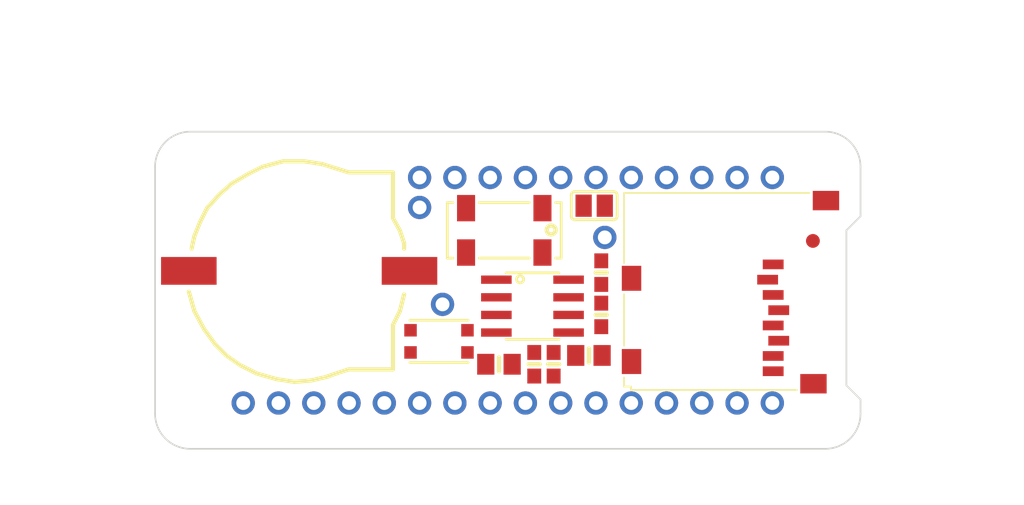
<source format=kicad_pcb>
(kicad_pcb (version 20221018) (generator pcbnew)
  (layers (0 "F.Cu" signal "Top") (31 "B.Cu" signal "Bottom") (34 "B.Paste" user) (35 "F.Paste" user) (36 "B.SilkS" user "B.Silkscreen") (37 "F.SilkS" user "F.Silkscreen") (38 "B.Mask" user) (39 "F.Mask" user) (44 "Edge.Cuts" user))
  (net 0 "")
  (net 1 "G")
  (net 2 "TX")
  (net 3 "RX")
  (net 4 "F")
  (net 5 "E")
  (net 6 "D")
  (net 7 "C")
  (net 8 "B")
  (net 9 "A")
  (net 10 "AREF")
  (net 11 "USB")
  (net 12 "N")
  (net 13 "M")
  (net 14 "L")
  (net 15 "J")
  (net 16 "I")
  (net 17 "H")
  (net 18 "SCL")
  (net 19 "SDA")
  (net 20 "GND")
  (net 21 "MOSI")
  (net 22 "MISO")
  (net 23 "SCK")
  (net 24 "+3V3")
  (net 25 "SD_CS")
  (net 26 "RESET")
  (net 27 "N$7")
  (net 28 "N$8")
  (net 29 "VBAT")
  (net 30 "EN")
  (net 31 "CR1220")
  (net 32 "INT1")
  (net 33 "CS")
  (net 34 "N$1")
  (footprint "MICROSD" (layer "F.Cu") (at 167.132 105.156 90)
    (fp_text reference "X4" hide)
    (fp_text value "microsd" hide)
    (fp_line (start -7.035 -9.76) (end -7.035 2.19) (layer "F.SilkS") (stroke (width 0.127)))
    (fp_line (start -6.785 -10.26) (end -6.785 -9.76) (layer "F.SilkS") (stroke (width 0.127)))
    (fp_line (start -6.785 -9.76) (end -7.035 -9.76) (layer "F.SilkS") (stroke (width 0.127)))
    (fp_line (start -6.135 -10.26) (end -6.785 -10.26) (layer "F.SilkS") (stroke (width 0.127)))
    (fp_line (start -3.835 -10.26) (end -0.135 -10.26) (layer "F.SilkS") (stroke (width 0.127)))
    (fp_line (start 2.115 -10.26) (end 7.165 -10.26) (layer "F.SilkS") (stroke (width 0.127)))
    (fp_line (start 7.165 -10.26) (end 7.165 3.09) (layer "F.SilkS") (stroke (width 0.127)))
    (pad "1" smd rect locked (at 2.015 0.48 90) (size 0.7 1.5) (layers "F.Cu" "F.Paste" "F.Mask"))
    (pad "2" smd rect locked (at 0.915 0.08 90) (size 0.7 1.5) (layers "F.Cu" "F.Paste" "F.Mask") (net 25 "SD_CS"))
    (pad "3" smd rect locked (at -0.185 0.48 90) (size 0.7 1.5) (layers "F.Cu" "F.Paste" "F.Mask") (net 21 "MOSI"))
    (pad "4" smd rect locked (at -1.285 0.88 90) (size 0.7 1.5) (layers "F.Cu" "F.Paste" "F.Mask") (net 24 "+3V3"))
    (pad "5" smd rect locked (at -2.385 0.48 90) (size 0.7 1.5) (layers "F.Cu" "F.Paste" "F.Mask") (net 23 "SCK"))
    (pad "6" smd rect locked (at -3.485 0.88 90) (size 0.7 1.5) (layers "F.Cu" "F.Paste" "F.Mask") (net 20 "GND"))
    (pad "7" smd rect locked (at -4.585 0.48 90) (size 0.7 1.5) (layers "F.Cu" "F.Paste" "F.Mask") (net 22 "MISO"))
    (pad "8" smd rect locked (at -5.685 0.48 90) (size 0.7 1.5) (layers "F.Cu" "F.Paste" "F.Mask"))
    (pad "CD1" smd rect locked (at -4.985 -9.72 180) (size 1.4 1.8) (layers "F.Cu" "F.Paste" "F.Mask"))
    (pad "CD2" smd rect locked (at 1.015 -9.72 180) (size 1.4 1.8) (layers "F.Cu" "F.Paste" "F.Mask"))
    (pad "MT1" smd rect locked (at -6.585 3.38 90) (size 1.4 1.9) (layers "F.Cu" "F.Paste" "F.Mask") (net 20 "GND"))
    (pad "MT2" smd rect locked (at 6.615 4.28 90) (size 1.4 1.9) (layers "F.Cu" "F.Paste" "F.Mask") (net 20 "GND"))
  )
  (footprint "BTN_KMR2_4.6X2.8" (layer "F.Cu") (at 143.5481 108.6866 180)
    (fp_text reference "SW1" hide)
    (fp_text value "KMR2" hide)
    (fp_line (start -2.1 -1.5254) (end 2.1 -1.5254) (layer "F.SilkS") (stroke (width 0.2032)))
    (fp_line (start 2.1 1.5254) (end -2.1 1.5254) (layer "F.SilkS") (stroke (width 0.2032)))
    (pad "A" smd rect (at 2.05 -0.8 180) (size 0.9 0.9) (layers "F.Cu" "F.Paste" "F.Mask") (net 20 "GND"))
    (pad "A'" smd rect (at -2.05 -0.8 180) (size 0.9 0.9) (layers "F.Cu" "F.Paste" "F.Mask") (net 20 "GND"))
    (pad "B" smd rect (at 2.05 0.8 180) (size 0.9 0.9) (layers "F.Cu" "F.Paste" "F.Mask") (net 26 "RESET"))
    (pad "B'" smd rect (at -2.05 0.8 180) (size 0.9 0.9) (layers "F.Cu" "F.Paste" "F.Mask") (net 26 "RESET"))
  )
  (footprint "SOIC8_150MIL" (layer "F.Cu") (at 150.2791 106.1466 -90)
    (fp_text reference "IC1" hide)
    (fp_text value "PCF8523T" hide)
    (fp_line (start -2.4 1.9) (end -2.4 -1.9) (layer "F.SilkS") (stroke (width 0.2032)))
    (fp_line (start 2.4 -1.9) (end 2.4 1.9) (layer "F.SilkS") (stroke (width 0.2032)))
    (fp_circle (center -1.9304 0.889) (end -1.6764 0.889) (layer "F.SilkS") (stroke (width 0.2032)) (fill none))
    (pad "1" smd rect (at -1.905 2.6 270) (size 0.6 2.2) (layers "F.Cu" "F.Paste" "F.Mask") (net 27 "N$7"))
    (pad "2" smd rect (at -0.635 2.6 270) (size 0.6 2.2) (layers "F.Cu" "F.Paste" "F.Mask") (net 28 "N$8"))
    (pad "3" smd rect (at 0.635 2.6 270) (size 0.6 2.2) (layers "F.Cu" "F.Paste" "F.Mask") (net 31 "CR1220"))
    (pad "4" smd rect (at 1.905 2.6 270) (size 0.6 2.2) (layers "F.Cu" "F.Paste" "F.Mask") (net 20 "GND"))
    (pad "5" smd rect (at 1.905 -2.6 270) (size 0.6 2.2) (layers "F.Cu" "F.Paste" "F.Mask") (net 19 "SDA"))
    (pad "6" smd rect (at 0.635 -2.6 270) (size 0.6 2.2) (layers "F.Cu" "F.Paste" "F.Mask") (net 18 "SCL"))
    (pad "7" smd rect (at -0.635 -2.6 270) (size 0.6 2.2) (layers "F.Cu" "F.Paste" "F.Mask") (net 32 "INT1"))
    (pad "8" smd rect (at -1.905 -2.6 270) (size 0.6 2.2) (layers "F.Cu" "F.Paste" "F.Mask") (net 34 "N$1"))
  )
  (footprint "CRYSTAL_8X3.8" (layer "F.Cu") (at 148.2471 100.6856)
    (fp_text reference "Y1" hide)
    (fp_text value "32khz" hide)
    (fp_line (start -4.1 -2) (end -4.1 2) (layer "F.SilkS") (stroke (width 0.2032)))
    (fp_line (start -4.1 2) (end -3.7 2) (layer "F.SilkS") (stroke (width 0.2032)))
    (fp_line (start -3.7 -2) (end -4.1 -2) (layer "F.SilkS") (stroke (width 0.2032)))
    (fp_line (start -1.8 -2) (end 1.8 -2) (layer "F.SilkS") (stroke (width 0.2032)))
    (fp_line (start -1.8 2) (end 1.8 2) (layer "F.SilkS") (stroke (width 0.2032)))
    (fp_line (start 3.7 -2) (end 4.1 -2) (layer "F.SilkS") (stroke (width 0.2032)))
    (fp_line (start 4.1 -2) (end 4.1 2) (layer "F.SilkS") (stroke (width 0.2032)))
    (fp_line (start 4.1 2) (end 3.7 2) (layer "F.SilkS") (stroke (width 0.2032)))
    (fp_circle (center 3.3782 -0.0254) (end 3.701487 -0.0254) (layer "F.SilkS") (stroke (width 0.3048)) (fill none))
    (pad "P$1" smd rect (at -2.75 1.6) (size 1.3 1.9) (layers "F.Cu" "F.Paste" "F.Mask") (net 28 "N$8"))
    (pad "P$2" smd rect (at 2.75 1.6) (size 1.3 1.9) (layers "F.Cu" "F.Paste" "F.Mask"))
    (pad "P$3" smd rect (at 2.75 -1.6) (size 1.3 1.9) (layers "F.Cu" "F.Paste" "F.Mask"))
    (pad "P$4" smd rect (at -2.75 -1.6) (size 1.3 1.9) (layers "F.Cu" "F.Paste" "F.Mask") (net 27 "N$7"))
  )
  (footprint "0603-NO" (layer "F.Cu") (at 151.8031 110.3376 -90)
    (fp_text reference "R1" hide)
    (fp_text value "10K" hide)
    (fp_line (start 0 -0.4) (end 0 0.4) (layer "F.SilkS") (stroke (width 0.3048)))
    (pad "1" smd rect (at -0.85 0 270) (size 1.075 1) (layers "F.Cu" "F.Paste" "F.Mask") (net 19 "SDA"))
    (pad "2" smd rect (at 0.85 0 270) (size 1.075 1) (layers "F.Cu" "F.Paste" "F.Mask") (net 24 "+3V3"))
  )
  (footprint "0603-NO" (layer "F.Cu") (at 150.4061 110.3376 -90)
    (fp_text reference "R2" hide)
    (fp_text value "10K" hide)
    (fp_line (start 0 -0.4) (end 0 0.4) (layer "F.SilkS") (stroke (width 0.3048)))
    (pad "1" smd rect (at -0.85 0 270) (size 1.075 1) (layers "F.Cu" "F.Paste" "F.Mask") (net 18 "SCL"))
    (pad "2" smd rect (at 0.85 0 270) (size 1.075 1) (layers "F.Cu" "F.Paste" "F.Mask") (net 24 "+3V3"))
  )
  (footprint "0603-NO" (layer "F.Cu") (at 155.2321 103.7336 -90)
    (fp_text reference "R3" hide)
    (fp_text value "100K" hide)
    (fp_line (start 0 -0.4) (end 0 0.4) (layer "F.SilkS") (stroke (width 0.3048)))
    (pad "1" smd rect (at -0.85 0 270) (size 1.075 1) (layers "F.Cu" "F.Paste" "F.Mask") (net 25 "SD_CS"))
    (pad "2" smd rect (at 0.85 0 270) (size 1.075 1) (layers "F.Cu" "F.Paste" "F.Mask") (net 24 "+3V3"))
  )
  (footprint "CR1220-2" (layer "F.Cu") (at 133.1341 103.6066)
    (fp_text reference "B1" hide)
    (fp_text value "cr1220" hide)
    (fp_line (start -7.6 1.5) (end -7.2 2.9) (layer "F.SilkS") (stroke (width 0.3048)))
    (fp_line (start -7.4 -1.6) (end -7.2 -2.5) (layer "F.SilkS") (stroke (width 0.3048)))
    (fp_line (start -7.2 -2.5) (end -6.8 -3.5) (layer "F.SilkS") (stroke (width 0.3048)))
    (fp_line (start -7.2 2.9) (end -6.5 4.2) (layer "F.SilkS") (stroke (width 0.3048)))
    (fp_line (start -6.8 -3.5) (end -6.3 -4.5) (layer "F.SilkS") (stroke (width 0.3048)))
    (fp_line (start -6.5 4.2) (end -5.7 5.3) (layer "F.SilkS") (stroke (width 0.3048)))
    (fp_line (start -6.3 -4.5) (end -5.4 -5.5) (layer "F.SilkS") (stroke (width 0.3048)))
    (fp_line (start -5.7 5.3) (end -4.9 6.1) (layer "F.SilkS") (stroke (width 0.3048)))
    (fp_line (start -5.4 -5.5) (end -4.5 -6.3) (layer "F.SilkS") (stroke (width 0.3048)))
    (fp_line (start -4.9 6.1) (end -3.9 6.8) (layer "F.SilkS") (stroke (width 0.3048)))
    (fp_line (start -4.5 -6.3) (end -3.3 -7) (layer "F.SilkS") (stroke (width 0.3048)))
    (fp_line (start -3.9 6.8) (end -2.7 7.4) (layer "F.SilkS") (stroke (width 0.3048)))
    (fp_line (start -3.3 -7) (end -2.3 -7.5) (layer "F.SilkS") (stroke (width 0.3048)))
    (fp_line (start -2.7 7.4) (end -1.3 7.8) (layer "F.SilkS") (stroke (width 0.3048)))
    (fp_line (start -2.3 -7.5) (end -0.8 -7.9) (layer "F.SilkS") (stroke (width 0.3048)))
    (fp_line (start -1.3 7.8) (end 0 8) (layer "F.SilkS") (stroke (width 0.3048)))
    (fp_line (start -0.8 -7.9) (end 0.7 -7.9) (layer "F.SilkS") (stroke (width 0.3048)))
    (fp_line (start 0 8) (end 1.2 7.9) (layer "F.SilkS") (stroke (width 0.3048)))
    (fp_line (start 0.7 -7.9) (end 2 -7.7) (layer "F.SilkS") (stroke (width 0.3048)))
    (fp_line (start 1.2 7.9) (end 2.5 7.6) (layer "F.SilkS") (stroke (width 0.3048)))
    (fp_line (start 2 -7.7) (end 3.9 -7.1) (layer "F.SilkS") (stroke (width 0.3048)))
    (fp_line (start 2.4 7.6) (end 3.9 7.1) (layer "F.SilkS") (stroke (width 0.3048)))
    (fp_line (start 3.95 -7.1) (end 7.1 -7.1) (layer "F.SilkS") (stroke (width 0.3048)))
    (fp_line (start 3.95 7.1) (end 7.1 7.1) (layer "F.SilkS") (stroke (width 0.3048)))
    (fp_line (start 7.1 -7.1) (end 7.1 -3.8) (layer "F.SilkS") (stroke (width 0.3048)))
    (fp_line (start 7.1 -3.8) (end 7.6 -2.9) (layer "F.SilkS") (stroke (width 0.3048)))
    (fp_line (start 7.1 3.9) (end 7.6 2.9) (layer "F.SilkS") (stroke (width 0.3048)))
    (fp_line (start 7.1 7.1) (end 7.1 3.9) (layer "F.SilkS") (stroke (width 0.3048)))
    (fp_line (start 7.6 -2.9) (end 7.9 -2) (layer "F.SilkS") (stroke (width 0.3048)))
    (fp_line (start 7.6 2.9) (end 7.9 1.7) (layer "F.SilkS") (stroke (width 0.3048)))
    (fp_line (start 7.9 -2) (end 7.9 -1.6) (layer "F.SilkS") (stroke (width 0.3048)))
    (pad "" np_thru_hole circle locked (at -3.5 0) (size 1.5 1.5) (drill 1.5) (layers *.Cu *.Mask))
    (pad "" np_thru_hole circle locked (at 3.95 0) (size 1.5 1.5) (drill 1.5) (layers *.Cu *.Mask))
    (pad "+" smd rect locked (at 8.29 0) (size 4 2) (layers "F.Cu" "F.Paste" "F.Mask") (net 31 "CR1220"))
    (pad "-" smd rect locked (at -7.6 0) (size 4 2) (layers "F.Cu" "F.Paste" "F.Mask") (net 20 "GND"))
  )
  (footprint "0805-NO" (layer "F.Cu") (at 154.3431 109.7026 180)
    (fp_text reference "C1" hide)
    (fp_text value "10uF" hide)
    (fp_line (start 0 -0.508) (end 0 0.508) (layer "F.SilkS") (stroke (width 0.3048)))
    (pad "1" smd rect (at -0.95 0 180) (size 1.24 1.5) (layers "F.Cu" "F.Paste" "F.Mask") (net 34 "N$1"))
    (pad "2" smd rect (at 0.95 0 180) (size 1.24 1.5) (layers "F.Cu" "F.Paste" "F.Mask") (net 20 "GND"))
  )
  (footprint "1X11_ROUND" (layer "F.Cu") (at 154.8511 96.8756)
    (fp_text reference "JP1" hide)
    (fp_text value "")
    (pad "1" thru_hole circle locked (at -12.7 0 90) (size 1.6764 1.6764) (drill 1) (layers *.Cu *.Mask) (net 30 "EN"))
    (pad "2" thru_hole circle locked (at -10.16 0 90) (size 1.6764 1.6764) (drill 1) (layers *.Cu *.Mask) (net 11 "USB"))
    (pad "3" thru_hole circle locked (at -7.62 0 90) (size 1.6764 1.6764) (drill 1) (layers *.Cu *.Mask) (net 12 "N"))
    (pad "4" thru_hole circle locked (at -5.08 0 90) (size 1.6764 1.6764) (drill 1) (layers *.Cu *.Mask) (net 13 "M"))
    (pad "5" thru_hole circle locked (at -2.54 0 90) (size 1.6764 1.6764) (drill 1) (layers *.Cu *.Mask) (net 14 "L"))
    (pad "6" thru_hole circle locked (at 0 0 90) (size 1.6764 1.6764) (drill 1) (layers *.Cu *.Mask) (net 33 "CS"))
    (pad "7" thru_hole circle locked (at 2.54 0 90) (size 1.6764 1.6764) (drill 1) (layers *.Cu *.Mask) (net 15 "J"))
    (pad "8" thru_hole circle locked (at 5.08 0 90) (size 1.6764 1.6764) (drill 1) (layers *.Cu *.Mask) (net 16 "I"))
    (pad "9" thru_hole circle locked (at 7.62 0 90) (size 1.6764 1.6764) (drill 1) (layers *.Cu *.Mask) (net 17 "H"))
    (pad "10" thru_hole circle locked (at 10.16 0 90) (size 1.6764 1.6764) (drill 1) (layers *.Cu *.Mask) (net 18 "SCL"))
    (pad "11" thru_hole circle locked (at 12.7 0 90) (size 1.6764 1.6764) (drill 1) (layers *.Cu *.Mask) (net 19 "SDA"))
  )
  (footprint "1X16_ROUND" (layer "F.Cu") (at 148.5011 113.1316 180)
    (fp_text reference "JP2" hide)
    (fp_text value "")
    (pad "1" thru_hole circle locked (at -19.05 0 270) (size 1.6764 1.6764) (drill 1) (layers *.Cu *.Mask) (net 1 "G"))
    (pad "2" thru_hole circle locked (at -16.51 0 270) (size 1.6764 1.6764) (drill 1) (layers *.Cu *.Mask) (net 2 "TX"))
    (pad "3" thru_hole circle locked (at -13.97 0 270) (size 1.6764 1.6764) (drill 1) (layers *.Cu *.Mask) (net 3 "RX"))
    (pad "4" thru_hole circle locked (at -11.43 0 270) (size 1.6764 1.6764) (drill 1) (layers *.Cu *.Mask) (net 22 "MISO"))
    (pad "5" thru_hole circle locked (at -8.89 0 270) (size 1.6764 1.6764) (drill 1) (layers *.Cu *.Mask) (net 21 "MOSI"))
    (pad "6" thru_hole circle locked (at -6.35 0 270) (size 1.6764 1.6764) (drill 1) (layers *.Cu *.Mask) (net 23 "SCK"))
    (pad "7" thru_hole circle locked (at -3.81 0 270) (size 1.6764 1.6764) (drill 1) (layers *.Cu *.Mask) (net 4 "F"))
    (pad "8" thru_hole circle locked (at -1.27 0 270) (size 1.6764 1.6764) (drill 1) (layers *.Cu *.Mask) (net 5 "E"))
    (pad "9" thru_hole circle locked (at 1.27 0 270) (size 1.6764 1.6764) (drill 1) (layers *.Cu *.Mask) (net 6 "D"))
    (pad "10" thru_hole circle locked (at 3.81 0 270) (size 1.6764 1.6764) (drill 1) (layers *.Cu *.Mask) (net 7 "C"))
    (pad "11" thru_hole circle locked (at 6.35 0 270) (size 1.6764 1.6764) (drill 1) (layers *.Cu *.Mask) (net 8 "B"))
    (pad "12" thru_hole circle locked (at 8.89 0 270) (size 1.6764 1.6764) (drill 1) (layers *.Cu *.Mask) (net 9 "A"))
    (pad "13" thru_hole circle locked (at 11.43 0 270) (size 1.6764 1.6764) (drill 1) (layers *.Cu *.Mask) (net 20 "GND"))
    (pad "14" thru_hole circle locked (at 13.97 0 270) (size 1.6764 1.6764) (drill 1) (layers *.Cu *.Mask) (net 10 "AREF"))
    (pad "15" thru_hole circle locked (at 16.51 0 270) (size 1.6764 1.6764) (drill 1) (layers *.Cu *.Mask) (net 24 "+3V3"))
    (pad "16" thru_hole circle locked (at 19.05 0 270) (size 1.6764 1.6764) (drill 1) (layers *.Cu *.Mask) (net 26 "RESET"))
  )
  (footprint "1X01_ROUND" (layer "F.Cu") (at 142.1511 99.0346)
    (fp_text reference "JP3" hide)
    (fp_text value "")
    (pad "1" thru_hole circle locked (at 0 0 90) (size 1.6764 1.6764) (drill 1) (layers *.Cu *.Mask) (net 29 "VBAT"))
  )
  (footprint "1X01_ROUND" (layer "F.Cu") (at 155.4861 101.1936)
    (fp_text reference "SDCS" hide)
    (fp_text value "")
    (pad "1" thru_hole circle (at 0 0 90) (size 1.6764 1.6764) (drill 1) (layers *.Cu *.Mask) (net 25 "SD_CS"))
  )
  (footprint "SOLDERJUMPER_CLOSEDWIRE" (layer "F.Cu") (at 154.7241 98.9076)
    (fp_text reference "SJ1" hide)
    (fp_text value "")
    (fp_line (start -1.651 0.762) (end -1.651 -0.762) (layer "F.SilkS") (stroke (width 0.2032)))
    (fp_line (start -1.397 -1.016) (end 1.397 -1.016) (layer "F.SilkS") (stroke (width 0.2032)))
    (fp_line (start 1.397 1.016) (end -1.397 1.016) (layer "F.SilkS") (stroke (width 0.2032)))
    (fp_line (start 1.651 0.762) (end 1.651 -0.762) (layer "F.SilkS") (stroke (width 0.2032)))
    (fp_arc (start -1.651 -0.762) (mid -1.576605 -0.941605) (end -1.397 -1.016) (layer "F.SilkS") (stroke (width 0.2032)))
    (fp_arc (start -1.397 1.016) (mid -1.576605 0.941605) (end -1.651 0.762) (layer "F.SilkS") (stroke (width 0.2032)))
    (fp_arc (start 1.397 -1.016) (mid 1.576605 -0.941605) (end 1.651 -0.762) (layer "F.SilkS") (stroke (width 0.2032)))
    (fp_arc (start 1.651 0.762) (mid 1.576605 0.941605) (end 1.397 1.016) (layer "F.SilkS") (stroke (width 0.2032)))
    (pad "1" smd rect (at -0.762 0) (size 1.1684 1.6002) (layers "F.Cu" "F.Mask") (net 33 "CS"))
    (pad "2" smd rect (at 0.762 0) (size 1.1684 1.6002) (layers "F.Cu" "F.Mask") (net 25 "SD_CS"))
  )
  (footprint "1X01_ROUND" (layer "F.Cu") (at 143.8021 106.0196)
    (fp_text reference "INT1" hide)
    (fp_text value "")
    (pad "1" thru_hole circle (at 0 0 90) (size 1.6764 1.6764) (drill 1) (layers *.Cu *.Mask) (net 32 "INT1"))
  )
  (footprint "FIDUCIAL_1MM" (layer "F.Cu") (at 170.4721 101.4476)
    (fp_text reference "FID1" hide)
    (fp_text value "FIDUCIAL_1MM" hide)
    (pad "1" smd roundrect (at 0 0) (size 1 1) (layers "F.Cu" "F.Mask") (roundrect_rratio 0.5))
  )
  (footprint "0603-NO" (layer "F.Cu") (at 155.2321 106.7816 -90)
    (fp_text reference "R4" hide)
    (fp_text value "1K" hide)
    (fp_line (start 0 -0.4) (end 0 0.4) (layer "F.SilkS") (stroke (width 0.3048)))
    (pad "1" smd rect (at -0.85 0 270) (size 1.075 1) (layers "F.Cu" "F.Paste" "F.Mask") (net 24 "+3V3"))
    (pad "2" smd rect (at 0.85 0 270) (size 1.075 1) (layers "F.Cu" "F.Paste" "F.Mask") (net 34 "N$1"))
  )
  (footprint "0805-NO" (layer "F.Cu") (at 147.8661 110.3376 180)
    (fp_text reference "C2" hide)
    (fp_text value "10uF" hide)
    (fp_line (start 0 -0.508) (end 0 0.508) (layer "F.SilkS") (stroke (width 0.3048)))
    (pad "1" smd rect (at -0.95 0 180) (size 1.24 1.5) (layers "F.Cu" "F.Paste" "F.Mask") (net 24 "+3V3"))
    (pad "2" smd rect (at 0.95 0 180) (size 1.24 1.5) (layers "F.Cu" "F.Paste" "F.Mask") (net 20 "GND"))
  )
  (gr_line (start 172.8851 100.6856) (end 172.8851 111.8616) (layer "Edge.Cuts") (width 0.12))
  (gr_arc (start 173.9011 113.8936) (mid 173.157151 115.689651) (end 171.3611 116.4336) (layer "Edge.Cuts") (width 0.12))
  (gr_line (start 173.9011 99.6696) (end 172.8851 100.6856) (layer "Edge.Cuts") (width 0.12))
  (gr_arc (start 125.6411 116.4336) (mid 123.845049 115.689651) (end 123.1011 113.8936) (layer "Edge.Cuts") (width 0.12))
  (gr_line (start 172.8851 111.8616) (end 173.9011 112.8776) (layer "Edge.Cuts") (width 0.12))
  (gr_line (start 123.1011 113.8936) (end 123.1011 96.1136) (layer "Edge.Cuts") (width 0.12))
  (gr_line (start 173.9011 112.8776) (end 173.9011 113.8936) (layer "Edge.Cuts") (width 0.12))
  (gr_line (start 171.3611 93.5736) (end 125.6411 93.5736) (layer "Edge.Cuts") (width 0.12))
  (gr_arc (start 123.1011 96.1136) (mid 123.845049 94.317549) (end 125.6411 93.5736) (layer "Edge.Cuts") (width 0.12))
  (gr_arc (start 171.3611 93.5736) (mid 173.157151 94.317549) (end 173.9011 96.1136) (layer "Edge.Cuts") (width 0.12))
  (gr_line (start 171.3611 116.4336) (end 125.6411 116.4336) (layer "Edge.Cuts") (width 0.12))
  (gr_line (start 173.9011 96.1136) (end 173.9011 99.6696) (layer "Edge.Cuts") (width 0.12))
)
</source>
